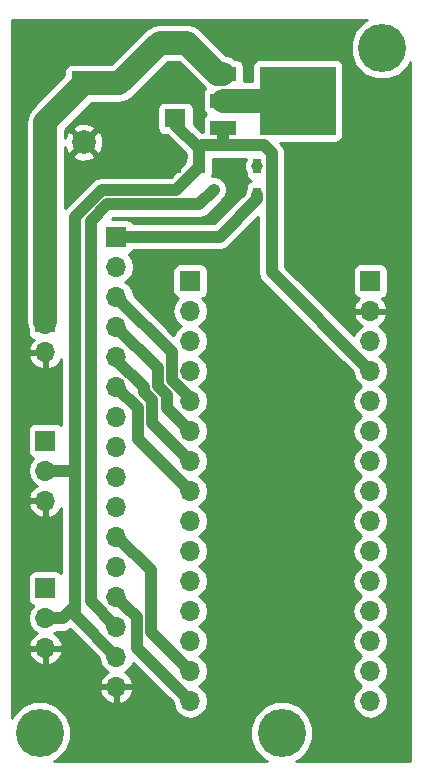
<source format=gtl>
G04 #@! TF.FileFunction,Copper,L1,Top,Signal*
%FSLAX46Y46*%
G04 Gerber Fmt 4.6, Leading zero omitted, Abs format (unit mm)*
G04 Created by KiCad (PCBNEW 4.0.7) date 03/27/18 13:34:48*
%MOMM*%
%LPD*%
G01*
G04 APERTURE LIST*
%ADD10C,0.100000*%
%ADD11C,4.064000*%
%ADD12R,1.000000X1.250000*%
%ADD13R,2.200000X1.200000*%
%ADD14R,6.400000X5.800000*%
%ADD15R,3.050000X2.750000*%
%ADD16R,1.700000X1.700000*%
%ADD17O,1.700000X1.700000*%
%ADD18R,2.000000X2.000000*%
%ADD19C,2.000000*%
%ADD20R,0.700000X1.300000*%
%ADD21R,1.800000X1.550000*%
%ADD22C,1.000000*%
%ADD23C,2.000000*%
%ADD24C,1.000000*%
%ADD25C,0.254000*%
G04 APERTURE END LIST*
D10*
D11*
X134500000Y-51500000D03*
D12*
X119000000Y-61500000D03*
X117000000Y-61500000D03*
D13*
X121060000Y-53695000D03*
X121060000Y-55975000D03*
X121060000Y-58255000D03*
D14*
X127360000Y-55975000D03*
D15*
X129035000Y-57500000D03*
X125685000Y-54450000D03*
X129035000Y-54450000D03*
X125685000Y-57500000D03*
D16*
X106000000Y-74750000D03*
D17*
X106000000Y-77290000D03*
D16*
X118250000Y-71250000D03*
D17*
X118250000Y-73790000D03*
X118250000Y-76330000D03*
X118250000Y-78870000D03*
X118250000Y-81410000D03*
X118250000Y-83950000D03*
X118250000Y-86490000D03*
X118250000Y-89030000D03*
X118250000Y-91570000D03*
X118250000Y-94110000D03*
X118250000Y-96650000D03*
X118250000Y-99190000D03*
X118250000Y-101730000D03*
X118250000Y-104270000D03*
X118250000Y-106810000D03*
D16*
X133500000Y-71250000D03*
D17*
X133500000Y-73790000D03*
X133500000Y-76330000D03*
X133500000Y-78870000D03*
X133500000Y-81410000D03*
X133500000Y-83950000D03*
X133500000Y-86490000D03*
X133500000Y-89030000D03*
X133500000Y-91570000D03*
X133500000Y-94110000D03*
X133500000Y-96650000D03*
X133500000Y-99190000D03*
X133500000Y-101730000D03*
X133500000Y-104270000D03*
X133500000Y-106810000D03*
D18*
X109250000Y-54500000D03*
D19*
X109250000Y-59500000D03*
D16*
X106000000Y-84750000D03*
D17*
X106000000Y-87290000D03*
X106000000Y-89830000D03*
D16*
X106000000Y-97250000D03*
D17*
X106000000Y-99790000D03*
X106000000Y-102330000D03*
D16*
X112000000Y-67500000D03*
D17*
X112000000Y-70040000D03*
X112000000Y-72580000D03*
X112000000Y-75120000D03*
X112000000Y-77660000D03*
X112000000Y-80200000D03*
X112000000Y-82740000D03*
X112000000Y-85280000D03*
X112000000Y-87820000D03*
X112000000Y-90360000D03*
X112000000Y-92900000D03*
X112000000Y-95440000D03*
X112000000Y-97980000D03*
X112000000Y-100520000D03*
X112000000Y-103060000D03*
X112000000Y-105600000D03*
D20*
X123950000Y-61500000D03*
X122050000Y-61500000D03*
X123950000Y-64000000D03*
X122050000Y-64000000D03*
D21*
X117000000Y-57475000D03*
X117000000Y-55125000D03*
D11*
X105500000Y-109500000D03*
X126000000Y-109500000D03*
D22*
X122050000Y-61500000D03*
X117000000Y-61500000D03*
X133500000Y-91570000D03*
X120250000Y-63500000D03*
X123950000Y-61500000D03*
D23*
X109250000Y-54500000D02*
X106000000Y-57750000D01*
X106000000Y-57750000D02*
X106000000Y-74750000D01*
X109250000Y-54500000D02*
X112250000Y-54500000D01*
X120560000Y-53695000D02*
X121060000Y-53695000D01*
X112250000Y-54500000D02*
X115655000Y-51095000D01*
X115655000Y-51095000D02*
X117960000Y-51095000D01*
X117960000Y-51095000D02*
X120560000Y-53695000D01*
D24*
X112000000Y-103060000D02*
X108466143Y-99526143D01*
X108466143Y-99526143D02*
X108466143Y-98775938D01*
X121060000Y-59750000D02*
X119250000Y-59750000D01*
X119250000Y-59750000D02*
X119000000Y-60000000D01*
X108466143Y-87250000D02*
X108426143Y-87290000D01*
X108426143Y-87290000D02*
X106000000Y-87290000D01*
X108466143Y-98775938D02*
X107452081Y-99790000D01*
X107452081Y-99790000D02*
X106000000Y-99790000D01*
X108466143Y-87250000D02*
X108466143Y-98775938D01*
X108466143Y-65836786D02*
X108466143Y-87250000D01*
X108466143Y-87250000D02*
X108426143Y-87210000D01*
X119000000Y-61500000D02*
X119000000Y-61625000D01*
X119000000Y-61625000D02*
X117075011Y-63549989D01*
X117075011Y-63549989D02*
X110752940Y-63549989D01*
X110752940Y-63549989D02*
X108466143Y-65836786D01*
X121060000Y-58255000D02*
X121060000Y-59750000D01*
X133500000Y-78870000D02*
X125150010Y-70520010D01*
X125150010Y-70520010D02*
X125150010Y-60440008D01*
X125150010Y-60440008D02*
X124460002Y-59750000D01*
X124460002Y-59750000D02*
X121060000Y-59750000D01*
X119000000Y-61500000D02*
X119000000Y-60000000D01*
X119000000Y-60000000D02*
X117000000Y-58000000D01*
X116699999Y-77279999D02*
X116699999Y-79614001D01*
X116699999Y-79614001D02*
X118250000Y-81164002D01*
X112000000Y-72580000D02*
X116699999Y-77279999D01*
X118250000Y-81164002D02*
X118250000Y-81410000D01*
X117400001Y-83100001D02*
X118250000Y-83950000D01*
X115499988Y-80111061D02*
X116257328Y-80868400D01*
X115499988Y-78619988D02*
X115499988Y-80111061D01*
X116257328Y-80868400D02*
X116257328Y-81957328D01*
X112000000Y-75120000D02*
X115499988Y-78619988D01*
X116257328Y-81957328D02*
X117400001Y-83100001D01*
X115019105Y-83259105D02*
X117400001Y-85640001D01*
X112000000Y-77660000D02*
X112000000Y-77905998D01*
X112000000Y-77905998D02*
X114299977Y-80205975D01*
X114299977Y-80205975D02*
X114299977Y-80608121D01*
X114299977Y-80608121D02*
X115019105Y-81327249D01*
X115019105Y-81327249D02*
X115019105Y-83259105D01*
X117400001Y-85640001D02*
X118250000Y-86490000D01*
X112000000Y-80200000D02*
X113819095Y-82019095D01*
X113819095Y-82019095D02*
X113819095Y-84599095D01*
X113819095Y-84599095D02*
X117400001Y-88180001D01*
X117400001Y-88180001D02*
X118250000Y-89030000D01*
X112000000Y-92900000D02*
X112085269Y-92900000D01*
X112085269Y-92900000D02*
X114937556Y-95752287D01*
X114937556Y-95752287D02*
X114937556Y-100957556D01*
X117400001Y-103420001D02*
X118250000Y-104270000D01*
X114937556Y-100957556D02*
X117400001Y-103420001D01*
X112849999Y-98829999D02*
X112000000Y-97980000D01*
X113737545Y-99717545D02*
X112849999Y-98829999D01*
X118250000Y-106810000D02*
X113737545Y-102297545D01*
X113737545Y-102297545D02*
X113737545Y-99717545D01*
X122050000Y-64000000D02*
X122050000Y-61500000D01*
X109826624Y-98346624D02*
X112000000Y-100520000D01*
X109826624Y-98346624D02*
X109826624Y-66173376D01*
X111250000Y-64750000D02*
X119000000Y-64750000D01*
X109826624Y-66173376D02*
X111250000Y-64750000D01*
X119000000Y-64750000D02*
X120250000Y-63500000D01*
D23*
X121060000Y-55975000D02*
X127360000Y-55975000D01*
D24*
X127360000Y-55975000D02*
X127210000Y-55975000D01*
X112000000Y-67500000D02*
X120750000Y-67500000D01*
X120750000Y-67500000D02*
X123950000Y-64300000D01*
X123950000Y-64300000D02*
X123950000Y-64000000D01*
D25*
G36*
X132991239Y-49237709D02*
X132240345Y-49987293D01*
X131833464Y-50967173D01*
X131832538Y-52028172D01*
X132237709Y-53008761D01*
X132987293Y-53759655D01*
X133967173Y-54166536D01*
X135028172Y-54167462D01*
X136008761Y-53762291D01*
X136759655Y-53012707D01*
X136873000Y-52739741D01*
X136873000Y-111873000D01*
X127240825Y-111873000D01*
X127508761Y-111762291D01*
X128259655Y-111012707D01*
X128666536Y-110032827D01*
X128667462Y-108971828D01*
X128262291Y-107991239D01*
X127512707Y-107240345D01*
X126532827Y-106833464D01*
X125471828Y-106832538D01*
X124491239Y-107237709D01*
X123740345Y-107987293D01*
X123333464Y-108967173D01*
X123332538Y-110028172D01*
X123737709Y-111008761D01*
X124487293Y-111759655D01*
X124760259Y-111873000D01*
X106740825Y-111873000D01*
X107008761Y-111762291D01*
X107759655Y-111012707D01*
X108166536Y-110032827D01*
X108167462Y-108971828D01*
X107762291Y-107991239D01*
X107012707Y-107240345D01*
X106032827Y-106833464D01*
X104971828Y-106832538D01*
X103991239Y-107237709D01*
X103240345Y-107987293D01*
X103127000Y-108260259D01*
X103127000Y-105956890D01*
X110558524Y-105956890D01*
X110728355Y-106366924D01*
X111118642Y-106795183D01*
X111643108Y-107041486D01*
X111873000Y-106920819D01*
X111873000Y-105727000D01*
X112127000Y-105727000D01*
X112127000Y-106920819D01*
X112356892Y-107041486D01*
X112881358Y-106795183D01*
X113271645Y-106366924D01*
X113441476Y-105956890D01*
X113320155Y-105727000D01*
X112127000Y-105727000D01*
X111873000Y-105727000D01*
X110679845Y-105727000D01*
X110558524Y-105956890D01*
X103127000Y-105956890D01*
X103127000Y-102686890D01*
X104558524Y-102686890D01*
X104728355Y-103096924D01*
X105118642Y-103525183D01*
X105643108Y-103771486D01*
X105873000Y-103650819D01*
X105873000Y-102457000D01*
X106127000Y-102457000D01*
X106127000Y-103650819D01*
X106356892Y-103771486D01*
X106881358Y-103525183D01*
X107271645Y-103096924D01*
X107441476Y-102686890D01*
X107320155Y-102457000D01*
X106127000Y-102457000D01*
X105873000Y-102457000D01*
X104679845Y-102457000D01*
X104558524Y-102686890D01*
X103127000Y-102686890D01*
X103127000Y-90186890D01*
X104558524Y-90186890D01*
X104728355Y-90596924D01*
X105118642Y-91025183D01*
X105643108Y-91271486D01*
X105873000Y-91150819D01*
X105873000Y-89957000D01*
X104679845Y-89957000D01*
X104558524Y-90186890D01*
X103127000Y-90186890D01*
X103127000Y-77646892D01*
X104558514Y-77646892D01*
X104804817Y-78171358D01*
X105233076Y-78561645D01*
X105643110Y-78731476D01*
X105873000Y-78610155D01*
X105873000Y-77417000D01*
X104679181Y-77417000D01*
X104558514Y-77646892D01*
X103127000Y-77646892D01*
X103127000Y-57750000D01*
X104364999Y-57750000D01*
X104365000Y-57750005D01*
X104365000Y-74750000D01*
X104489457Y-75375687D01*
X104502560Y-75395297D01*
X104502560Y-75600000D01*
X104546838Y-75835317D01*
X104685910Y-76051441D01*
X104898110Y-76196431D01*
X105012301Y-76219555D01*
X104804817Y-76408642D01*
X104558514Y-76933108D01*
X104679181Y-77163000D01*
X105873000Y-77163000D01*
X105873000Y-77143000D01*
X106127000Y-77143000D01*
X106127000Y-77163000D01*
X106147000Y-77163000D01*
X106147000Y-77417000D01*
X106127000Y-77417000D01*
X106127000Y-78610155D01*
X106356890Y-78731476D01*
X106766924Y-78561645D01*
X107195183Y-78171358D01*
X107331143Y-77881851D01*
X107331143Y-83475060D01*
X107314090Y-83448559D01*
X107101890Y-83303569D01*
X106850000Y-83252560D01*
X105150000Y-83252560D01*
X104914683Y-83296838D01*
X104698559Y-83435910D01*
X104553569Y-83648110D01*
X104502560Y-83900000D01*
X104502560Y-85600000D01*
X104546838Y-85835317D01*
X104685910Y-86051441D01*
X104898110Y-86196431D01*
X104965541Y-86210086D01*
X104920853Y-86239946D01*
X104598946Y-86721715D01*
X104485907Y-87290000D01*
X104598946Y-87858285D01*
X104920853Y-88340054D01*
X105261553Y-88567702D01*
X105118642Y-88634817D01*
X104728355Y-89063076D01*
X104558524Y-89473110D01*
X104679845Y-89703000D01*
X105873000Y-89703000D01*
X105873000Y-89683000D01*
X106127000Y-89683000D01*
X106127000Y-89703000D01*
X106147000Y-89703000D01*
X106147000Y-89957000D01*
X106127000Y-89957000D01*
X106127000Y-91150819D01*
X106356892Y-91271486D01*
X106881358Y-91025183D01*
X107271645Y-90596924D01*
X107331143Y-90453274D01*
X107331143Y-95975060D01*
X107314090Y-95948559D01*
X107101890Y-95803569D01*
X106850000Y-95752560D01*
X105150000Y-95752560D01*
X104914683Y-95796838D01*
X104698559Y-95935910D01*
X104553569Y-96148110D01*
X104502560Y-96400000D01*
X104502560Y-98100000D01*
X104546838Y-98335317D01*
X104685910Y-98551441D01*
X104898110Y-98696431D01*
X104965541Y-98710086D01*
X104920853Y-98739946D01*
X104598946Y-99221715D01*
X104485907Y-99790000D01*
X104598946Y-100358285D01*
X104920853Y-100840054D01*
X105261553Y-101067702D01*
X105118642Y-101134817D01*
X104728355Y-101563076D01*
X104558524Y-101973110D01*
X104679845Y-102203000D01*
X105873000Y-102203000D01*
X105873000Y-102183000D01*
X106127000Y-102183000D01*
X106127000Y-102203000D01*
X107320155Y-102203000D01*
X107441476Y-101973110D01*
X107271645Y-101563076D01*
X106881358Y-101134817D01*
X106738447Y-101067702D01*
X106952016Y-100925000D01*
X107452081Y-100925000D01*
X107886427Y-100838603D01*
X108058497Y-100723629D01*
X110508512Y-103173645D01*
X110598946Y-103628285D01*
X110920853Y-104110054D01*
X111261553Y-104337702D01*
X111118642Y-104404817D01*
X110728355Y-104833076D01*
X110558524Y-105243110D01*
X110679845Y-105473000D01*
X111873000Y-105473000D01*
X111873000Y-105453000D01*
X112127000Y-105453000D01*
X112127000Y-105473000D01*
X113320155Y-105473000D01*
X113441476Y-105243110D01*
X113271645Y-104833076D01*
X112881358Y-104404817D01*
X112738447Y-104337702D01*
X113079147Y-104110054D01*
X113401054Y-103628285D01*
X113411357Y-103576489D01*
X116758512Y-106923644D01*
X116848946Y-107378285D01*
X117170853Y-107860054D01*
X117652622Y-108181961D01*
X118220907Y-108295000D01*
X118279093Y-108295000D01*
X118847378Y-108181961D01*
X119329147Y-107860054D01*
X119651054Y-107378285D01*
X119764093Y-106810000D01*
X119651054Y-106241715D01*
X119329147Y-105759946D01*
X118999974Y-105540000D01*
X119329147Y-105320054D01*
X119651054Y-104838285D01*
X119764093Y-104270000D01*
X119651054Y-103701715D01*
X119329147Y-103219946D01*
X118999974Y-103000000D01*
X119329147Y-102780054D01*
X119651054Y-102298285D01*
X119764093Y-101730000D01*
X119651054Y-101161715D01*
X119329147Y-100679946D01*
X118999974Y-100460000D01*
X119329147Y-100240054D01*
X119651054Y-99758285D01*
X119764093Y-99190000D01*
X119651054Y-98621715D01*
X119329147Y-98139946D01*
X118999974Y-97920000D01*
X119329147Y-97700054D01*
X119651054Y-97218285D01*
X119764093Y-96650000D01*
X119651054Y-96081715D01*
X119329147Y-95599946D01*
X118999974Y-95380000D01*
X119329147Y-95160054D01*
X119651054Y-94678285D01*
X119764093Y-94110000D01*
X119651054Y-93541715D01*
X119329147Y-93059946D01*
X118999974Y-92840000D01*
X119329147Y-92620054D01*
X119651054Y-92138285D01*
X119764093Y-91570000D01*
X119651054Y-91001715D01*
X119329147Y-90519946D01*
X118999974Y-90300000D01*
X119329147Y-90080054D01*
X119651054Y-89598285D01*
X119764093Y-89030000D01*
X119651054Y-88461715D01*
X119329147Y-87979946D01*
X118999974Y-87760000D01*
X119329147Y-87540054D01*
X119651054Y-87058285D01*
X119764093Y-86490000D01*
X119651054Y-85921715D01*
X119329147Y-85439946D01*
X118999974Y-85220000D01*
X119329147Y-85000054D01*
X119651054Y-84518285D01*
X119764093Y-83950000D01*
X119651054Y-83381715D01*
X119329147Y-82899946D01*
X118999974Y-82680000D01*
X119329147Y-82460054D01*
X119651054Y-81978285D01*
X119764093Y-81410000D01*
X119651054Y-80841715D01*
X119329147Y-80359946D01*
X118999974Y-80140000D01*
X119329147Y-79920054D01*
X119651054Y-79438285D01*
X119764093Y-78870000D01*
X119651054Y-78301715D01*
X119329147Y-77819946D01*
X118999974Y-77600000D01*
X119329147Y-77380054D01*
X119651054Y-76898285D01*
X119764093Y-76330000D01*
X119651054Y-75761715D01*
X119329147Y-75279946D01*
X118999974Y-75060000D01*
X119329147Y-74840054D01*
X119651054Y-74358285D01*
X119764093Y-73790000D01*
X119651054Y-73221715D01*
X119329147Y-72739946D01*
X119287548Y-72712150D01*
X119335317Y-72703162D01*
X119551441Y-72564090D01*
X119696431Y-72351890D01*
X119747440Y-72100000D01*
X119747440Y-70400000D01*
X119703162Y-70164683D01*
X119564090Y-69948559D01*
X119351890Y-69803569D01*
X119100000Y-69752560D01*
X117400000Y-69752560D01*
X117164683Y-69796838D01*
X116948559Y-69935910D01*
X116803569Y-70148110D01*
X116752560Y-70400000D01*
X116752560Y-72100000D01*
X116796838Y-72335317D01*
X116935910Y-72551441D01*
X117148110Y-72696431D01*
X117215541Y-72710086D01*
X117170853Y-72739946D01*
X116848946Y-73221715D01*
X116735907Y-73790000D01*
X116848946Y-74358285D01*
X117170853Y-74840054D01*
X117500026Y-75060000D01*
X117170853Y-75279946D01*
X116848946Y-75761715D01*
X116838643Y-75813511D01*
X113491488Y-72466356D01*
X113401054Y-72011715D01*
X113079147Y-71529946D01*
X112749974Y-71310000D01*
X113079147Y-71090054D01*
X113401054Y-70608285D01*
X113514093Y-70040000D01*
X113401054Y-69471715D01*
X113079147Y-68989946D01*
X113037548Y-68962150D01*
X113085317Y-68953162D01*
X113301441Y-68814090D01*
X113423808Y-68635000D01*
X120750000Y-68635000D01*
X121184346Y-68548603D01*
X121552566Y-68302566D01*
X124015010Y-65840122D01*
X124015010Y-70520010D01*
X124101407Y-70954356D01*
X124270913Y-71208039D01*
X124347444Y-71322576D01*
X132008512Y-78983644D01*
X132098946Y-79438285D01*
X132420853Y-79920054D01*
X132750026Y-80140000D01*
X132420853Y-80359946D01*
X132098946Y-80841715D01*
X131985907Y-81410000D01*
X132098946Y-81978285D01*
X132420853Y-82460054D01*
X132750026Y-82680000D01*
X132420853Y-82899946D01*
X132098946Y-83381715D01*
X131985907Y-83950000D01*
X132098946Y-84518285D01*
X132420853Y-85000054D01*
X132750026Y-85220000D01*
X132420853Y-85439946D01*
X132098946Y-85921715D01*
X131985907Y-86490000D01*
X132098946Y-87058285D01*
X132420853Y-87540054D01*
X132750026Y-87760000D01*
X132420853Y-87979946D01*
X132098946Y-88461715D01*
X131985907Y-89030000D01*
X132098946Y-89598285D01*
X132420853Y-90080054D01*
X132750026Y-90300000D01*
X132420853Y-90519946D01*
X132098946Y-91001715D01*
X131985907Y-91570000D01*
X132098946Y-92138285D01*
X132420853Y-92620054D01*
X132750026Y-92840000D01*
X132420853Y-93059946D01*
X132098946Y-93541715D01*
X131985907Y-94110000D01*
X132098946Y-94678285D01*
X132420853Y-95160054D01*
X132750026Y-95380000D01*
X132420853Y-95599946D01*
X132098946Y-96081715D01*
X131985907Y-96650000D01*
X132098946Y-97218285D01*
X132420853Y-97700054D01*
X132750026Y-97920000D01*
X132420853Y-98139946D01*
X132098946Y-98621715D01*
X131985907Y-99190000D01*
X132098946Y-99758285D01*
X132420853Y-100240054D01*
X132750026Y-100460000D01*
X132420853Y-100679946D01*
X132098946Y-101161715D01*
X131985907Y-101730000D01*
X132098946Y-102298285D01*
X132420853Y-102780054D01*
X132750026Y-103000000D01*
X132420853Y-103219946D01*
X132098946Y-103701715D01*
X131985907Y-104270000D01*
X132098946Y-104838285D01*
X132420853Y-105320054D01*
X132750026Y-105540000D01*
X132420853Y-105759946D01*
X132098946Y-106241715D01*
X131985907Y-106810000D01*
X132098946Y-107378285D01*
X132420853Y-107860054D01*
X132902622Y-108181961D01*
X133470907Y-108295000D01*
X133529093Y-108295000D01*
X134097378Y-108181961D01*
X134579147Y-107860054D01*
X134901054Y-107378285D01*
X135014093Y-106810000D01*
X134901054Y-106241715D01*
X134579147Y-105759946D01*
X134249974Y-105540000D01*
X134579147Y-105320054D01*
X134901054Y-104838285D01*
X135014093Y-104270000D01*
X134901054Y-103701715D01*
X134579147Y-103219946D01*
X134249974Y-103000000D01*
X134579147Y-102780054D01*
X134901054Y-102298285D01*
X135014093Y-101730000D01*
X134901054Y-101161715D01*
X134579147Y-100679946D01*
X134249974Y-100460000D01*
X134579147Y-100240054D01*
X134901054Y-99758285D01*
X135014093Y-99190000D01*
X134901054Y-98621715D01*
X134579147Y-98139946D01*
X134249974Y-97920000D01*
X134579147Y-97700054D01*
X134901054Y-97218285D01*
X135014093Y-96650000D01*
X134901054Y-96081715D01*
X134579147Y-95599946D01*
X134249974Y-95380000D01*
X134579147Y-95160054D01*
X134901054Y-94678285D01*
X135014093Y-94110000D01*
X134901054Y-93541715D01*
X134579147Y-93059946D01*
X134249974Y-92840000D01*
X134579147Y-92620054D01*
X134901054Y-92138285D01*
X135014093Y-91570000D01*
X134901054Y-91001715D01*
X134579147Y-90519946D01*
X134249974Y-90300000D01*
X134579147Y-90080054D01*
X134901054Y-89598285D01*
X135014093Y-89030000D01*
X134901054Y-88461715D01*
X134579147Y-87979946D01*
X134249974Y-87760000D01*
X134579147Y-87540054D01*
X134901054Y-87058285D01*
X135014093Y-86490000D01*
X134901054Y-85921715D01*
X134579147Y-85439946D01*
X134249974Y-85220000D01*
X134579147Y-85000054D01*
X134901054Y-84518285D01*
X135014093Y-83950000D01*
X134901054Y-83381715D01*
X134579147Y-82899946D01*
X134249974Y-82680000D01*
X134579147Y-82460054D01*
X134901054Y-81978285D01*
X135014093Y-81410000D01*
X134901054Y-80841715D01*
X134579147Y-80359946D01*
X134249974Y-80140000D01*
X134579147Y-79920054D01*
X134901054Y-79438285D01*
X135014093Y-78870000D01*
X134901054Y-78301715D01*
X134579147Y-77819946D01*
X134249974Y-77600000D01*
X134579147Y-77380054D01*
X134901054Y-76898285D01*
X135014093Y-76330000D01*
X134901054Y-75761715D01*
X134579147Y-75279946D01*
X134238447Y-75052298D01*
X134381358Y-74985183D01*
X134771645Y-74556924D01*
X134941476Y-74146890D01*
X134820155Y-73917000D01*
X133627000Y-73917000D01*
X133627000Y-73937000D01*
X133373000Y-73937000D01*
X133373000Y-73917000D01*
X132179845Y-73917000D01*
X132058524Y-74146890D01*
X132228355Y-74556924D01*
X132618642Y-74985183D01*
X132761553Y-75052298D01*
X132420853Y-75279946D01*
X132098946Y-75761715D01*
X132082007Y-75846875D01*
X126635132Y-70400000D01*
X132002560Y-70400000D01*
X132002560Y-72100000D01*
X132046838Y-72335317D01*
X132185910Y-72551441D01*
X132398110Y-72696431D01*
X132506107Y-72718301D01*
X132228355Y-73023076D01*
X132058524Y-73433110D01*
X132179845Y-73663000D01*
X133373000Y-73663000D01*
X133373000Y-73643000D01*
X133627000Y-73643000D01*
X133627000Y-73663000D01*
X134820155Y-73663000D01*
X134941476Y-73433110D01*
X134771645Y-73023076D01*
X134495499Y-72720063D01*
X134585317Y-72703162D01*
X134801441Y-72564090D01*
X134946431Y-72351890D01*
X134997440Y-72100000D01*
X134997440Y-70400000D01*
X134953162Y-70164683D01*
X134814090Y-69948559D01*
X134601890Y-69803569D01*
X134350000Y-69752560D01*
X132650000Y-69752560D01*
X132414683Y-69796838D01*
X132198559Y-69935910D01*
X132053569Y-70148110D01*
X132002560Y-70400000D01*
X126635132Y-70400000D01*
X126285010Y-70049878D01*
X126285010Y-60440008D01*
X126246586Y-60246838D01*
X126198614Y-60005663D01*
X125952576Y-59637442D01*
X125837574Y-59522440D01*
X130560000Y-59522440D01*
X130795317Y-59478162D01*
X131011441Y-59339090D01*
X131156431Y-59126890D01*
X131207440Y-58875000D01*
X131207440Y-53075000D01*
X131163162Y-52839683D01*
X131024090Y-52623559D01*
X130811890Y-52478569D01*
X130560000Y-52427560D01*
X124160000Y-52427560D01*
X123924683Y-52471838D01*
X123708559Y-52610910D01*
X123563569Y-52823110D01*
X123512560Y-53075000D01*
X123512560Y-54340000D01*
X122798327Y-54340000D01*
X122807440Y-54295000D01*
X122807440Y-53095000D01*
X122763162Y-52859683D01*
X122624090Y-52643559D01*
X122411890Y-52498569D01*
X122160000Y-52447560D01*
X122079450Y-52447560D01*
X121685687Y-52184457D01*
X121281248Y-52104009D01*
X119116120Y-49938880D01*
X118585688Y-49584457D01*
X117960000Y-49459999D01*
X117959995Y-49460000D01*
X115655000Y-49460000D01*
X115029312Y-49584457D01*
X114816851Y-49726419D01*
X114498880Y-49938880D01*
X114498878Y-49938883D01*
X111572760Y-52865000D01*
X110311431Y-52865000D01*
X110250000Y-52852560D01*
X108250000Y-52852560D01*
X108014683Y-52896838D01*
X107798559Y-53035910D01*
X107653569Y-53248110D01*
X107602560Y-53500000D01*
X107602560Y-53835200D01*
X104843880Y-56593880D01*
X104489457Y-57124312D01*
X104364999Y-57750000D01*
X103127000Y-57750000D01*
X103127000Y-49127000D01*
X133259175Y-49127000D01*
X132991239Y-49237709D01*
X132991239Y-49237709D01*
G37*
X132991239Y-49237709D02*
X132240345Y-49987293D01*
X131833464Y-50967173D01*
X131832538Y-52028172D01*
X132237709Y-53008761D01*
X132987293Y-53759655D01*
X133967173Y-54166536D01*
X135028172Y-54167462D01*
X136008761Y-53762291D01*
X136759655Y-53012707D01*
X136873000Y-52739741D01*
X136873000Y-111873000D01*
X127240825Y-111873000D01*
X127508761Y-111762291D01*
X128259655Y-111012707D01*
X128666536Y-110032827D01*
X128667462Y-108971828D01*
X128262291Y-107991239D01*
X127512707Y-107240345D01*
X126532827Y-106833464D01*
X125471828Y-106832538D01*
X124491239Y-107237709D01*
X123740345Y-107987293D01*
X123333464Y-108967173D01*
X123332538Y-110028172D01*
X123737709Y-111008761D01*
X124487293Y-111759655D01*
X124760259Y-111873000D01*
X106740825Y-111873000D01*
X107008761Y-111762291D01*
X107759655Y-111012707D01*
X108166536Y-110032827D01*
X108167462Y-108971828D01*
X107762291Y-107991239D01*
X107012707Y-107240345D01*
X106032827Y-106833464D01*
X104971828Y-106832538D01*
X103991239Y-107237709D01*
X103240345Y-107987293D01*
X103127000Y-108260259D01*
X103127000Y-105956890D01*
X110558524Y-105956890D01*
X110728355Y-106366924D01*
X111118642Y-106795183D01*
X111643108Y-107041486D01*
X111873000Y-106920819D01*
X111873000Y-105727000D01*
X112127000Y-105727000D01*
X112127000Y-106920819D01*
X112356892Y-107041486D01*
X112881358Y-106795183D01*
X113271645Y-106366924D01*
X113441476Y-105956890D01*
X113320155Y-105727000D01*
X112127000Y-105727000D01*
X111873000Y-105727000D01*
X110679845Y-105727000D01*
X110558524Y-105956890D01*
X103127000Y-105956890D01*
X103127000Y-102686890D01*
X104558524Y-102686890D01*
X104728355Y-103096924D01*
X105118642Y-103525183D01*
X105643108Y-103771486D01*
X105873000Y-103650819D01*
X105873000Y-102457000D01*
X106127000Y-102457000D01*
X106127000Y-103650819D01*
X106356892Y-103771486D01*
X106881358Y-103525183D01*
X107271645Y-103096924D01*
X107441476Y-102686890D01*
X107320155Y-102457000D01*
X106127000Y-102457000D01*
X105873000Y-102457000D01*
X104679845Y-102457000D01*
X104558524Y-102686890D01*
X103127000Y-102686890D01*
X103127000Y-90186890D01*
X104558524Y-90186890D01*
X104728355Y-90596924D01*
X105118642Y-91025183D01*
X105643108Y-91271486D01*
X105873000Y-91150819D01*
X105873000Y-89957000D01*
X104679845Y-89957000D01*
X104558524Y-90186890D01*
X103127000Y-90186890D01*
X103127000Y-77646892D01*
X104558514Y-77646892D01*
X104804817Y-78171358D01*
X105233076Y-78561645D01*
X105643110Y-78731476D01*
X105873000Y-78610155D01*
X105873000Y-77417000D01*
X104679181Y-77417000D01*
X104558514Y-77646892D01*
X103127000Y-77646892D01*
X103127000Y-57750000D01*
X104364999Y-57750000D01*
X104365000Y-57750005D01*
X104365000Y-74750000D01*
X104489457Y-75375687D01*
X104502560Y-75395297D01*
X104502560Y-75600000D01*
X104546838Y-75835317D01*
X104685910Y-76051441D01*
X104898110Y-76196431D01*
X105012301Y-76219555D01*
X104804817Y-76408642D01*
X104558514Y-76933108D01*
X104679181Y-77163000D01*
X105873000Y-77163000D01*
X105873000Y-77143000D01*
X106127000Y-77143000D01*
X106127000Y-77163000D01*
X106147000Y-77163000D01*
X106147000Y-77417000D01*
X106127000Y-77417000D01*
X106127000Y-78610155D01*
X106356890Y-78731476D01*
X106766924Y-78561645D01*
X107195183Y-78171358D01*
X107331143Y-77881851D01*
X107331143Y-83475060D01*
X107314090Y-83448559D01*
X107101890Y-83303569D01*
X106850000Y-83252560D01*
X105150000Y-83252560D01*
X104914683Y-83296838D01*
X104698559Y-83435910D01*
X104553569Y-83648110D01*
X104502560Y-83900000D01*
X104502560Y-85600000D01*
X104546838Y-85835317D01*
X104685910Y-86051441D01*
X104898110Y-86196431D01*
X104965541Y-86210086D01*
X104920853Y-86239946D01*
X104598946Y-86721715D01*
X104485907Y-87290000D01*
X104598946Y-87858285D01*
X104920853Y-88340054D01*
X105261553Y-88567702D01*
X105118642Y-88634817D01*
X104728355Y-89063076D01*
X104558524Y-89473110D01*
X104679845Y-89703000D01*
X105873000Y-89703000D01*
X105873000Y-89683000D01*
X106127000Y-89683000D01*
X106127000Y-89703000D01*
X106147000Y-89703000D01*
X106147000Y-89957000D01*
X106127000Y-89957000D01*
X106127000Y-91150819D01*
X106356892Y-91271486D01*
X106881358Y-91025183D01*
X107271645Y-90596924D01*
X107331143Y-90453274D01*
X107331143Y-95975060D01*
X107314090Y-95948559D01*
X107101890Y-95803569D01*
X106850000Y-95752560D01*
X105150000Y-95752560D01*
X104914683Y-95796838D01*
X104698559Y-95935910D01*
X104553569Y-96148110D01*
X104502560Y-96400000D01*
X104502560Y-98100000D01*
X104546838Y-98335317D01*
X104685910Y-98551441D01*
X104898110Y-98696431D01*
X104965541Y-98710086D01*
X104920853Y-98739946D01*
X104598946Y-99221715D01*
X104485907Y-99790000D01*
X104598946Y-100358285D01*
X104920853Y-100840054D01*
X105261553Y-101067702D01*
X105118642Y-101134817D01*
X104728355Y-101563076D01*
X104558524Y-101973110D01*
X104679845Y-102203000D01*
X105873000Y-102203000D01*
X105873000Y-102183000D01*
X106127000Y-102183000D01*
X106127000Y-102203000D01*
X107320155Y-102203000D01*
X107441476Y-101973110D01*
X107271645Y-101563076D01*
X106881358Y-101134817D01*
X106738447Y-101067702D01*
X106952016Y-100925000D01*
X107452081Y-100925000D01*
X107886427Y-100838603D01*
X108058497Y-100723629D01*
X110508512Y-103173645D01*
X110598946Y-103628285D01*
X110920853Y-104110054D01*
X111261553Y-104337702D01*
X111118642Y-104404817D01*
X110728355Y-104833076D01*
X110558524Y-105243110D01*
X110679845Y-105473000D01*
X111873000Y-105473000D01*
X111873000Y-105453000D01*
X112127000Y-105453000D01*
X112127000Y-105473000D01*
X113320155Y-105473000D01*
X113441476Y-105243110D01*
X113271645Y-104833076D01*
X112881358Y-104404817D01*
X112738447Y-104337702D01*
X113079147Y-104110054D01*
X113401054Y-103628285D01*
X113411357Y-103576489D01*
X116758512Y-106923644D01*
X116848946Y-107378285D01*
X117170853Y-107860054D01*
X117652622Y-108181961D01*
X118220907Y-108295000D01*
X118279093Y-108295000D01*
X118847378Y-108181961D01*
X119329147Y-107860054D01*
X119651054Y-107378285D01*
X119764093Y-106810000D01*
X119651054Y-106241715D01*
X119329147Y-105759946D01*
X118999974Y-105540000D01*
X119329147Y-105320054D01*
X119651054Y-104838285D01*
X119764093Y-104270000D01*
X119651054Y-103701715D01*
X119329147Y-103219946D01*
X118999974Y-103000000D01*
X119329147Y-102780054D01*
X119651054Y-102298285D01*
X119764093Y-101730000D01*
X119651054Y-101161715D01*
X119329147Y-100679946D01*
X118999974Y-100460000D01*
X119329147Y-100240054D01*
X119651054Y-99758285D01*
X119764093Y-99190000D01*
X119651054Y-98621715D01*
X119329147Y-98139946D01*
X118999974Y-97920000D01*
X119329147Y-97700054D01*
X119651054Y-97218285D01*
X119764093Y-96650000D01*
X119651054Y-96081715D01*
X119329147Y-95599946D01*
X118999974Y-95380000D01*
X119329147Y-95160054D01*
X119651054Y-94678285D01*
X119764093Y-94110000D01*
X119651054Y-93541715D01*
X119329147Y-93059946D01*
X118999974Y-92840000D01*
X119329147Y-92620054D01*
X119651054Y-92138285D01*
X119764093Y-91570000D01*
X119651054Y-91001715D01*
X119329147Y-90519946D01*
X118999974Y-90300000D01*
X119329147Y-90080054D01*
X119651054Y-89598285D01*
X119764093Y-89030000D01*
X119651054Y-88461715D01*
X119329147Y-87979946D01*
X118999974Y-87760000D01*
X119329147Y-87540054D01*
X119651054Y-87058285D01*
X119764093Y-86490000D01*
X119651054Y-85921715D01*
X119329147Y-85439946D01*
X118999974Y-85220000D01*
X119329147Y-85000054D01*
X119651054Y-84518285D01*
X119764093Y-83950000D01*
X119651054Y-83381715D01*
X119329147Y-82899946D01*
X118999974Y-82680000D01*
X119329147Y-82460054D01*
X119651054Y-81978285D01*
X119764093Y-81410000D01*
X119651054Y-80841715D01*
X119329147Y-80359946D01*
X118999974Y-80140000D01*
X119329147Y-79920054D01*
X119651054Y-79438285D01*
X119764093Y-78870000D01*
X119651054Y-78301715D01*
X119329147Y-77819946D01*
X118999974Y-77600000D01*
X119329147Y-77380054D01*
X119651054Y-76898285D01*
X119764093Y-76330000D01*
X119651054Y-75761715D01*
X119329147Y-75279946D01*
X118999974Y-75060000D01*
X119329147Y-74840054D01*
X119651054Y-74358285D01*
X119764093Y-73790000D01*
X119651054Y-73221715D01*
X119329147Y-72739946D01*
X119287548Y-72712150D01*
X119335317Y-72703162D01*
X119551441Y-72564090D01*
X119696431Y-72351890D01*
X119747440Y-72100000D01*
X119747440Y-70400000D01*
X119703162Y-70164683D01*
X119564090Y-69948559D01*
X119351890Y-69803569D01*
X119100000Y-69752560D01*
X117400000Y-69752560D01*
X117164683Y-69796838D01*
X116948559Y-69935910D01*
X116803569Y-70148110D01*
X116752560Y-70400000D01*
X116752560Y-72100000D01*
X116796838Y-72335317D01*
X116935910Y-72551441D01*
X117148110Y-72696431D01*
X117215541Y-72710086D01*
X117170853Y-72739946D01*
X116848946Y-73221715D01*
X116735907Y-73790000D01*
X116848946Y-74358285D01*
X117170853Y-74840054D01*
X117500026Y-75060000D01*
X117170853Y-75279946D01*
X116848946Y-75761715D01*
X116838643Y-75813511D01*
X113491488Y-72466356D01*
X113401054Y-72011715D01*
X113079147Y-71529946D01*
X112749974Y-71310000D01*
X113079147Y-71090054D01*
X113401054Y-70608285D01*
X113514093Y-70040000D01*
X113401054Y-69471715D01*
X113079147Y-68989946D01*
X113037548Y-68962150D01*
X113085317Y-68953162D01*
X113301441Y-68814090D01*
X113423808Y-68635000D01*
X120750000Y-68635000D01*
X121184346Y-68548603D01*
X121552566Y-68302566D01*
X124015010Y-65840122D01*
X124015010Y-70520010D01*
X124101407Y-70954356D01*
X124270913Y-71208039D01*
X124347444Y-71322576D01*
X132008512Y-78983644D01*
X132098946Y-79438285D01*
X132420853Y-79920054D01*
X132750026Y-80140000D01*
X132420853Y-80359946D01*
X132098946Y-80841715D01*
X131985907Y-81410000D01*
X132098946Y-81978285D01*
X132420853Y-82460054D01*
X132750026Y-82680000D01*
X132420853Y-82899946D01*
X132098946Y-83381715D01*
X131985907Y-83950000D01*
X132098946Y-84518285D01*
X132420853Y-85000054D01*
X132750026Y-85220000D01*
X132420853Y-85439946D01*
X132098946Y-85921715D01*
X131985907Y-86490000D01*
X132098946Y-87058285D01*
X132420853Y-87540054D01*
X132750026Y-87760000D01*
X132420853Y-87979946D01*
X132098946Y-88461715D01*
X131985907Y-89030000D01*
X132098946Y-89598285D01*
X132420853Y-90080054D01*
X132750026Y-90300000D01*
X132420853Y-90519946D01*
X132098946Y-91001715D01*
X131985907Y-91570000D01*
X132098946Y-92138285D01*
X132420853Y-92620054D01*
X132750026Y-92840000D01*
X132420853Y-93059946D01*
X132098946Y-93541715D01*
X131985907Y-94110000D01*
X132098946Y-94678285D01*
X132420853Y-95160054D01*
X132750026Y-95380000D01*
X132420853Y-95599946D01*
X132098946Y-96081715D01*
X131985907Y-96650000D01*
X132098946Y-97218285D01*
X132420853Y-97700054D01*
X132750026Y-97920000D01*
X132420853Y-98139946D01*
X132098946Y-98621715D01*
X131985907Y-99190000D01*
X132098946Y-99758285D01*
X132420853Y-100240054D01*
X132750026Y-100460000D01*
X132420853Y-100679946D01*
X132098946Y-101161715D01*
X131985907Y-101730000D01*
X132098946Y-102298285D01*
X132420853Y-102780054D01*
X132750026Y-103000000D01*
X132420853Y-103219946D01*
X132098946Y-103701715D01*
X131985907Y-104270000D01*
X132098946Y-104838285D01*
X132420853Y-105320054D01*
X132750026Y-105540000D01*
X132420853Y-105759946D01*
X132098946Y-106241715D01*
X131985907Y-106810000D01*
X132098946Y-107378285D01*
X132420853Y-107860054D01*
X132902622Y-108181961D01*
X133470907Y-108295000D01*
X133529093Y-108295000D01*
X134097378Y-108181961D01*
X134579147Y-107860054D01*
X134901054Y-107378285D01*
X135014093Y-106810000D01*
X134901054Y-106241715D01*
X134579147Y-105759946D01*
X134249974Y-105540000D01*
X134579147Y-105320054D01*
X134901054Y-104838285D01*
X135014093Y-104270000D01*
X134901054Y-103701715D01*
X134579147Y-103219946D01*
X134249974Y-103000000D01*
X134579147Y-102780054D01*
X134901054Y-102298285D01*
X135014093Y-101730000D01*
X134901054Y-101161715D01*
X134579147Y-100679946D01*
X134249974Y-100460000D01*
X134579147Y-100240054D01*
X134901054Y-99758285D01*
X135014093Y-99190000D01*
X134901054Y-98621715D01*
X134579147Y-98139946D01*
X134249974Y-97920000D01*
X134579147Y-97700054D01*
X134901054Y-97218285D01*
X135014093Y-96650000D01*
X134901054Y-96081715D01*
X134579147Y-95599946D01*
X134249974Y-95380000D01*
X134579147Y-95160054D01*
X134901054Y-94678285D01*
X135014093Y-94110000D01*
X134901054Y-93541715D01*
X134579147Y-93059946D01*
X134249974Y-92840000D01*
X134579147Y-92620054D01*
X134901054Y-92138285D01*
X135014093Y-91570000D01*
X134901054Y-91001715D01*
X134579147Y-90519946D01*
X134249974Y-90300000D01*
X134579147Y-90080054D01*
X134901054Y-89598285D01*
X135014093Y-89030000D01*
X134901054Y-88461715D01*
X134579147Y-87979946D01*
X134249974Y-87760000D01*
X134579147Y-87540054D01*
X134901054Y-87058285D01*
X135014093Y-86490000D01*
X134901054Y-85921715D01*
X134579147Y-85439946D01*
X134249974Y-85220000D01*
X134579147Y-85000054D01*
X134901054Y-84518285D01*
X135014093Y-83950000D01*
X134901054Y-83381715D01*
X134579147Y-82899946D01*
X134249974Y-82680000D01*
X134579147Y-82460054D01*
X134901054Y-81978285D01*
X135014093Y-81410000D01*
X134901054Y-80841715D01*
X134579147Y-80359946D01*
X134249974Y-80140000D01*
X134579147Y-79920054D01*
X134901054Y-79438285D01*
X135014093Y-78870000D01*
X134901054Y-78301715D01*
X134579147Y-77819946D01*
X134249974Y-77600000D01*
X134579147Y-77380054D01*
X134901054Y-76898285D01*
X135014093Y-76330000D01*
X134901054Y-75761715D01*
X134579147Y-75279946D01*
X134238447Y-75052298D01*
X134381358Y-74985183D01*
X134771645Y-74556924D01*
X134941476Y-74146890D01*
X134820155Y-73917000D01*
X133627000Y-73917000D01*
X133627000Y-73937000D01*
X133373000Y-73937000D01*
X133373000Y-73917000D01*
X132179845Y-73917000D01*
X132058524Y-74146890D01*
X132228355Y-74556924D01*
X132618642Y-74985183D01*
X132761553Y-75052298D01*
X132420853Y-75279946D01*
X132098946Y-75761715D01*
X132082007Y-75846875D01*
X126635132Y-70400000D01*
X132002560Y-70400000D01*
X132002560Y-72100000D01*
X132046838Y-72335317D01*
X132185910Y-72551441D01*
X132398110Y-72696431D01*
X132506107Y-72718301D01*
X132228355Y-73023076D01*
X132058524Y-73433110D01*
X132179845Y-73663000D01*
X133373000Y-73663000D01*
X133373000Y-73643000D01*
X133627000Y-73643000D01*
X133627000Y-73663000D01*
X134820155Y-73663000D01*
X134941476Y-73433110D01*
X134771645Y-73023076D01*
X134495499Y-72720063D01*
X134585317Y-72703162D01*
X134801441Y-72564090D01*
X134946431Y-72351890D01*
X134997440Y-72100000D01*
X134997440Y-70400000D01*
X134953162Y-70164683D01*
X134814090Y-69948559D01*
X134601890Y-69803569D01*
X134350000Y-69752560D01*
X132650000Y-69752560D01*
X132414683Y-69796838D01*
X132198559Y-69935910D01*
X132053569Y-70148110D01*
X132002560Y-70400000D01*
X126635132Y-70400000D01*
X126285010Y-70049878D01*
X126285010Y-60440008D01*
X126246586Y-60246838D01*
X126198614Y-60005663D01*
X125952576Y-59637442D01*
X125837574Y-59522440D01*
X130560000Y-59522440D01*
X130795317Y-59478162D01*
X131011441Y-59339090D01*
X131156431Y-59126890D01*
X131207440Y-58875000D01*
X131207440Y-53075000D01*
X131163162Y-52839683D01*
X131024090Y-52623559D01*
X130811890Y-52478569D01*
X130560000Y-52427560D01*
X124160000Y-52427560D01*
X123924683Y-52471838D01*
X123708559Y-52610910D01*
X123563569Y-52823110D01*
X123512560Y-53075000D01*
X123512560Y-54340000D01*
X122798327Y-54340000D01*
X122807440Y-54295000D01*
X122807440Y-53095000D01*
X122763162Y-52859683D01*
X122624090Y-52643559D01*
X122411890Y-52498569D01*
X122160000Y-52447560D01*
X122079450Y-52447560D01*
X121685687Y-52184457D01*
X121281248Y-52104009D01*
X119116120Y-49938880D01*
X118585688Y-49584457D01*
X117960000Y-49459999D01*
X117959995Y-49460000D01*
X115655000Y-49460000D01*
X115029312Y-49584457D01*
X114816851Y-49726419D01*
X114498880Y-49938880D01*
X114498878Y-49938883D01*
X111572760Y-52865000D01*
X110311431Y-52865000D01*
X110250000Y-52852560D01*
X108250000Y-52852560D01*
X108014683Y-52896838D01*
X107798559Y-53035910D01*
X107653569Y-53248110D01*
X107602560Y-53500000D01*
X107602560Y-53835200D01*
X104843880Y-56593880D01*
X104489457Y-57124312D01*
X104364999Y-57750000D01*
X103127000Y-57750000D01*
X103127000Y-49127000D01*
X133259175Y-49127000D01*
X132991239Y-49237709D01*
G36*
X112127000Y-95313000D02*
X112147000Y-95313000D01*
X112147000Y-95567000D01*
X112127000Y-95567000D01*
X112127000Y-95587000D01*
X111873000Y-95587000D01*
X111873000Y-95567000D01*
X111853000Y-95567000D01*
X111853000Y-95313000D01*
X111873000Y-95313000D01*
X111873000Y-95293000D01*
X112127000Y-95293000D01*
X112127000Y-95313000D01*
X112127000Y-95313000D01*
G37*
X112127000Y-95313000D02*
X112147000Y-95313000D01*
X112147000Y-95567000D01*
X112127000Y-95567000D01*
X112127000Y-95587000D01*
X111873000Y-95587000D01*
X111873000Y-95567000D01*
X111853000Y-95567000D01*
X111853000Y-95313000D01*
X111873000Y-95313000D01*
X111873000Y-95293000D01*
X112127000Y-95293000D01*
X112127000Y-95313000D01*
G36*
X122952560Y-60942439D02*
X122815197Y-61273244D01*
X122814803Y-61724775D01*
X122952560Y-62058171D01*
X122952560Y-62150000D01*
X122996838Y-62385317D01*
X123135910Y-62601441D01*
X123348110Y-62746431D01*
X123361197Y-62749081D01*
X123148559Y-62885910D01*
X123003569Y-63098110D01*
X122952560Y-63350000D01*
X122952560Y-63489083D01*
X122901397Y-63565654D01*
X122857244Y-63787624D01*
X120279868Y-66365000D01*
X113421192Y-66365000D01*
X113314090Y-66198559D01*
X113101890Y-66053569D01*
X112850000Y-66002560D01*
X111602572Y-66002560D01*
X111720132Y-65885000D01*
X119000000Y-65885000D01*
X119434346Y-65798603D01*
X119802566Y-65552566D01*
X121052152Y-64302980D01*
X121211645Y-64143765D01*
X121384803Y-63726756D01*
X121385197Y-63275225D01*
X121212767Y-62857914D01*
X120893765Y-62538355D01*
X120476756Y-62365197D01*
X120098866Y-62364867D01*
X120147440Y-62125000D01*
X120147440Y-60885000D01*
X122952560Y-60885000D01*
X122952560Y-60942439D01*
X122952560Y-60942439D01*
G37*
X122952560Y-60942439D02*
X122815197Y-61273244D01*
X122814803Y-61724775D01*
X122952560Y-62058171D01*
X122952560Y-62150000D01*
X122996838Y-62385317D01*
X123135910Y-62601441D01*
X123348110Y-62746431D01*
X123361197Y-62749081D01*
X123148559Y-62885910D01*
X123003569Y-63098110D01*
X122952560Y-63350000D01*
X122952560Y-63489083D01*
X122901397Y-63565654D01*
X122857244Y-63787624D01*
X120279868Y-66365000D01*
X113421192Y-66365000D01*
X113314090Y-66198559D01*
X113101890Y-66053569D01*
X112850000Y-66002560D01*
X111602572Y-66002560D01*
X111720132Y-65885000D01*
X119000000Y-65885000D01*
X119434346Y-65798603D01*
X119802566Y-65552566D01*
X121052152Y-64302980D01*
X121211645Y-64143765D01*
X121384803Y-63726756D01*
X121385197Y-63275225D01*
X121212767Y-62857914D01*
X120893765Y-62538355D01*
X120476756Y-62365197D01*
X120098866Y-62364867D01*
X120147440Y-62125000D01*
X120147440Y-60885000D01*
X122952560Y-60885000D01*
X122952560Y-60942439D01*
G36*
X119403878Y-54851117D02*
X119403880Y-54851120D01*
X119503796Y-54917881D01*
X119363569Y-55123110D01*
X119312560Y-55375000D01*
X119312560Y-56575000D01*
X119356838Y-56810317D01*
X119495910Y-57026441D01*
X119626008Y-57115333D01*
X119508559Y-57190910D01*
X119363569Y-57403110D01*
X119312560Y-57655000D01*
X119312560Y-58615000D01*
X119250000Y-58615000D01*
X119225087Y-58619955D01*
X118547440Y-57942308D01*
X118547440Y-56700000D01*
X118503162Y-56464683D01*
X118364090Y-56248559D01*
X118151890Y-56103569D01*
X117900000Y-56052560D01*
X116100000Y-56052560D01*
X115864683Y-56096838D01*
X115648559Y-56235910D01*
X115503569Y-56448110D01*
X115452560Y-56700000D01*
X115452560Y-58250000D01*
X115496838Y-58485317D01*
X115635910Y-58701441D01*
X115848110Y-58846431D01*
X116100000Y-58897440D01*
X116292308Y-58897440D01*
X117865000Y-60470132D01*
X117865000Y-60813569D01*
X117852560Y-60875000D01*
X117852560Y-61167307D01*
X116604879Y-62414989D01*
X110752940Y-62414989D01*
X110318594Y-62501386D01*
X109950374Y-62747423D01*
X107663577Y-65034220D01*
X107635000Y-65076988D01*
X107635000Y-60652532D01*
X108277073Y-60652532D01*
X108375736Y-60919387D01*
X108985461Y-61145908D01*
X109635460Y-61121856D01*
X110124264Y-60919387D01*
X110222927Y-60652532D01*
X109250000Y-59679605D01*
X108277073Y-60652532D01*
X107635000Y-60652532D01*
X107635000Y-59902012D01*
X107830613Y-60374264D01*
X108097468Y-60472927D01*
X109070395Y-59500000D01*
X109429605Y-59500000D01*
X110402532Y-60472927D01*
X110669387Y-60374264D01*
X110895908Y-59764539D01*
X110871856Y-59114540D01*
X110669387Y-58625736D01*
X110402532Y-58527073D01*
X109429605Y-59500000D01*
X109070395Y-59500000D01*
X108097468Y-58527073D01*
X107830613Y-58625736D01*
X107635000Y-59152266D01*
X107635000Y-58427240D01*
X107714772Y-58347468D01*
X108277073Y-58347468D01*
X109250000Y-59320395D01*
X110222927Y-58347468D01*
X110124264Y-58080613D01*
X109514539Y-57854092D01*
X108864540Y-57878144D01*
X108375736Y-58080613D01*
X108277073Y-58347468D01*
X107714772Y-58347468D01*
X109914800Y-56147440D01*
X110250000Y-56147440D01*
X110316113Y-56135000D01*
X112249995Y-56135000D01*
X112250000Y-56135001D01*
X112875688Y-56010543D01*
X113406120Y-55656120D01*
X116332239Y-52730000D01*
X117282760Y-52730000D01*
X119403878Y-54851117D01*
X119403878Y-54851117D01*
G37*
X119403878Y-54851117D02*
X119403880Y-54851120D01*
X119503796Y-54917881D01*
X119363569Y-55123110D01*
X119312560Y-55375000D01*
X119312560Y-56575000D01*
X119356838Y-56810317D01*
X119495910Y-57026441D01*
X119626008Y-57115333D01*
X119508559Y-57190910D01*
X119363569Y-57403110D01*
X119312560Y-57655000D01*
X119312560Y-58615000D01*
X119250000Y-58615000D01*
X119225087Y-58619955D01*
X118547440Y-57942308D01*
X118547440Y-56700000D01*
X118503162Y-56464683D01*
X118364090Y-56248559D01*
X118151890Y-56103569D01*
X117900000Y-56052560D01*
X116100000Y-56052560D01*
X115864683Y-56096838D01*
X115648559Y-56235910D01*
X115503569Y-56448110D01*
X115452560Y-56700000D01*
X115452560Y-58250000D01*
X115496838Y-58485317D01*
X115635910Y-58701441D01*
X115848110Y-58846431D01*
X116100000Y-58897440D01*
X116292308Y-58897440D01*
X117865000Y-60470132D01*
X117865000Y-60813569D01*
X117852560Y-60875000D01*
X117852560Y-61167307D01*
X116604879Y-62414989D01*
X110752940Y-62414989D01*
X110318594Y-62501386D01*
X109950374Y-62747423D01*
X107663577Y-65034220D01*
X107635000Y-65076988D01*
X107635000Y-60652532D01*
X108277073Y-60652532D01*
X108375736Y-60919387D01*
X108985461Y-61145908D01*
X109635460Y-61121856D01*
X110124264Y-60919387D01*
X110222927Y-60652532D01*
X109250000Y-59679605D01*
X108277073Y-60652532D01*
X107635000Y-60652532D01*
X107635000Y-59902012D01*
X107830613Y-60374264D01*
X108097468Y-60472927D01*
X109070395Y-59500000D01*
X109429605Y-59500000D01*
X110402532Y-60472927D01*
X110669387Y-60374264D01*
X110895908Y-59764539D01*
X110871856Y-59114540D01*
X110669387Y-58625736D01*
X110402532Y-58527073D01*
X109429605Y-59500000D01*
X109070395Y-59500000D01*
X108097468Y-58527073D01*
X107830613Y-58625736D01*
X107635000Y-59152266D01*
X107635000Y-58427240D01*
X107714772Y-58347468D01*
X108277073Y-58347468D01*
X109250000Y-59320395D01*
X110222927Y-58347468D01*
X110124264Y-58080613D01*
X109514539Y-57854092D01*
X108864540Y-57878144D01*
X108375736Y-58080613D01*
X108277073Y-58347468D01*
X107714772Y-58347468D01*
X109914800Y-56147440D01*
X110250000Y-56147440D01*
X110316113Y-56135000D01*
X112249995Y-56135000D01*
X112250000Y-56135001D01*
X112875688Y-56010543D01*
X113406120Y-55656120D01*
X116332239Y-52730000D01*
X117282760Y-52730000D01*
X119403878Y-54851117D01*
M02*

</source>
